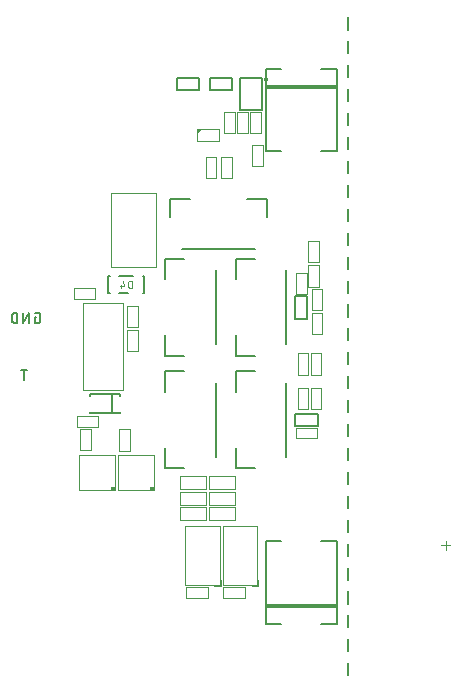
<source format=gbr>
G04 EAGLE Gerber RS-274X export*
G75*
%MOMM*%
%FSLAX34Y34*%
%LPD*%
%AMOC8*
5,1,8,0,0,1.08239X$1,22.5*%
G01*
%ADD10C,0.200000*%
%ADD11C,0.152400*%
%ADD12C,0.100000*%
%ADD13R,0.350000X0.400000*%
%ADD14C,0.150000*%
%ADD15C,0.101600*%
%ADD16C,0.127000*%
%ADD17R,6.000000X0.300000*%


D10*
X10000Y278500D02*
X10000Y268250D01*
X10000Y258250D02*
X10000Y248000D01*
X10000Y238000D02*
X10000Y227750D01*
X10000Y217750D02*
X10000Y207500D01*
X10000Y197500D02*
X10000Y187250D01*
X10000Y177250D02*
X10000Y167000D01*
X10000Y157000D02*
X10000Y146750D01*
X10000Y136750D02*
X10000Y126500D01*
X10000Y116500D02*
X10000Y106250D01*
X10000Y96250D02*
X10000Y86000D01*
X10000Y76000D02*
X10000Y65750D01*
X10000Y55750D02*
X10000Y45500D01*
X10000Y35500D02*
X10000Y25250D01*
X10000Y15250D02*
X10000Y5000D01*
X10000Y-5000D02*
X10000Y-15250D01*
X10000Y-25250D02*
X10000Y-35500D01*
X10000Y-45500D02*
X10000Y-55750D01*
X10000Y-65750D02*
X10000Y-76000D01*
X10000Y-86000D02*
X10000Y-96250D01*
X10000Y-106250D02*
X10000Y-116500D01*
X10000Y-126500D02*
X10000Y-136750D01*
X10000Y-146750D02*
X10000Y-157000D01*
X10000Y-167000D02*
X10000Y-177250D01*
X10000Y-187250D02*
X10000Y-197500D01*
X10000Y-207500D02*
X10000Y-217750D01*
X10000Y-227750D02*
X10000Y-238000D01*
X10000Y-248000D02*
X10000Y-258250D01*
X10000Y-268250D02*
X10000Y-278500D01*
D11*
X-264750Y-28488D02*
X-264750Y-20012D01*
X-262396Y-20012D02*
X-267104Y-20012D01*
X-255754Y24721D02*
X-254342Y24721D01*
X-255754Y24721D02*
X-255754Y20012D01*
X-252929Y20012D01*
X-252844Y20014D01*
X-252760Y20020D01*
X-252676Y20029D01*
X-252593Y20042D01*
X-252510Y20059D01*
X-252428Y20080D01*
X-252347Y20104D01*
X-252267Y20132D01*
X-252189Y20164D01*
X-252112Y20199D01*
X-252036Y20237D01*
X-251963Y20279D01*
X-251891Y20324D01*
X-251822Y20372D01*
X-251754Y20423D01*
X-251689Y20477D01*
X-251627Y20534D01*
X-251567Y20594D01*
X-251510Y20656D01*
X-251456Y20721D01*
X-251405Y20789D01*
X-251357Y20858D01*
X-251312Y20930D01*
X-251270Y21003D01*
X-251232Y21079D01*
X-251197Y21156D01*
X-251165Y21234D01*
X-251137Y21314D01*
X-251113Y21395D01*
X-251092Y21477D01*
X-251075Y21560D01*
X-251062Y21643D01*
X-251053Y21727D01*
X-251047Y21811D01*
X-251045Y21896D01*
X-251046Y21896D02*
X-251046Y26604D01*
X-251045Y26604D02*
X-251047Y26689D01*
X-251053Y26773D01*
X-251062Y26857D01*
X-251075Y26940D01*
X-251092Y27023D01*
X-251113Y27105D01*
X-251137Y27186D01*
X-251165Y27266D01*
X-251197Y27344D01*
X-251232Y27421D01*
X-251270Y27497D01*
X-251312Y27570D01*
X-251357Y27642D01*
X-251405Y27711D01*
X-251456Y27779D01*
X-251510Y27844D01*
X-251567Y27906D01*
X-251627Y27966D01*
X-251689Y28023D01*
X-251754Y28077D01*
X-251822Y28128D01*
X-251891Y28176D01*
X-251963Y28221D01*
X-252036Y28263D01*
X-252112Y28301D01*
X-252189Y28336D01*
X-252267Y28368D01*
X-252347Y28396D01*
X-252428Y28420D01*
X-252510Y28441D01*
X-252593Y28458D01*
X-252676Y28471D01*
X-252760Y28480D01*
X-252844Y28486D01*
X-252929Y28488D01*
X-255754Y28488D01*
X-260646Y28488D02*
X-260646Y20012D01*
X-265354Y20012D02*
X-260646Y28488D01*
X-265354Y28488D02*
X-265354Y20012D01*
X-270246Y20012D02*
X-270246Y28488D01*
X-272600Y28488D01*
X-272695Y28486D01*
X-272789Y28480D01*
X-272884Y28471D01*
X-272978Y28458D01*
X-273071Y28440D01*
X-273163Y28420D01*
X-273255Y28395D01*
X-273345Y28367D01*
X-273435Y28335D01*
X-273523Y28300D01*
X-273609Y28261D01*
X-273694Y28218D01*
X-273777Y28173D01*
X-273858Y28124D01*
X-273937Y28071D01*
X-274014Y28016D01*
X-274089Y27957D01*
X-274161Y27896D01*
X-274231Y27832D01*
X-274298Y27765D01*
X-274362Y27695D01*
X-274423Y27623D01*
X-274482Y27548D01*
X-274537Y27471D01*
X-274590Y27392D01*
X-274639Y27311D01*
X-274684Y27228D01*
X-274727Y27143D01*
X-274766Y27057D01*
X-274801Y26969D01*
X-274833Y26879D01*
X-274861Y26789D01*
X-274886Y26697D01*
X-274906Y26605D01*
X-274924Y26512D01*
X-274937Y26418D01*
X-274946Y26323D01*
X-274952Y26229D01*
X-274954Y26134D01*
X-274954Y22366D01*
X-274952Y22271D01*
X-274946Y22177D01*
X-274937Y22082D01*
X-274924Y21988D01*
X-274906Y21895D01*
X-274886Y21803D01*
X-274861Y21711D01*
X-274833Y21621D01*
X-274801Y21531D01*
X-274766Y21443D01*
X-274727Y21357D01*
X-274684Y21272D01*
X-274639Y21189D01*
X-274590Y21108D01*
X-274537Y21029D01*
X-274482Y20952D01*
X-274423Y20877D01*
X-274362Y20805D01*
X-274298Y20735D01*
X-274231Y20668D01*
X-274161Y20604D01*
X-274089Y20543D01*
X-274014Y20484D01*
X-273937Y20429D01*
X-273858Y20376D01*
X-273777Y20327D01*
X-273694Y20282D01*
X-273609Y20239D01*
X-273523Y20200D01*
X-273435Y20165D01*
X-273345Y20133D01*
X-273255Y20105D01*
X-273163Y20080D01*
X-273071Y20060D01*
X-272978Y20042D01*
X-272884Y20029D01*
X-272789Y20020D01*
X-272695Y20014D01*
X-272600Y20012D01*
X-270246Y20012D01*
D12*
X-71500Y152750D02*
X-71500Y170750D01*
X-71500Y152750D02*
X-62500Y152750D01*
X-62500Y170750D01*
X-71500Y170750D01*
X-24000Y-35000D02*
X-24000Y-53000D01*
X-24000Y-35000D02*
X-33000Y-35000D01*
X-33000Y-53000D01*
X-24000Y-53000D01*
X-22000Y-24000D02*
X-22000Y-6000D01*
X-22000Y-24000D02*
X-13000Y-24000D01*
X-13000Y-6000D01*
X-22000Y-6000D01*
X-13000Y-35000D02*
X-13000Y-53000D01*
X-13000Y-35000D02*
X-22000Y-35000D01*
X-22000Y-53000D01*
X-13000Y-53000D01*
X-33000Y-24000D02*
X-33000Y-6000D01*
X-33000Y-24000D02*
X-24000Y-24000D01*
X-24000Y-6000D01*
X-33000Y-6000D01*
X-21250Y10500D02*
X-21250Y28500D01*
X-21250Y10500D02*
X-12250Y10500D01*
X-12250Y28500D01*
X-21250Y28500D01*
X-24250Y50500D02*
X-24250Y68500D01*
X-24250Y50500D02*
X-15250Y50500D01*
X-15250Y68500D01*
X-24250Y68500D01*
X-12250Y48500D02*
X-12250Y30500D01*
X-12250Y48500D02*
X-21250Y48500D01*
X-21250Y30500D01*
X-12250Y30500D01*
X-15250Y71500D02*
X-15250Y89500D01*
X-24250Y89500D01*
X-24250Y71500D01*
X-15250Y71500D01*
X-185000Y-92000D02*
X-185000Y-122000D01*
X-185000Y-92000D02*
X-155000Y-92000D01*
X-155000Y-120000D01*
X-155000Y-121000D02*
X-155000Y-122000D01*
X-157000Y-122000D01*
X-185000Y-122000D01*
X-157000Y-122000D02*
X-157000Y-121000D01*
X-157000Y-120000D01*
X-155000Y-120000D01*
X-155000Y-121000D01*
X-157000Y-121000D01*
D13*
X-156250Y-120500D03*
D12*
X-208250Y-88000D02*
X-208250Y-70000D01*
X-217250Y-70000D01*
X-217250Y-88000D01*
X-208250Y-88000D01*
D14*
X-42500Y-93250D02*
X-42500Y-30750D01*
X-69500Y-20750D02*
X-85000Y-20750D01*
X-85000Y-38250D01*
X-85000Y-85750D02*
X-85000Y-103250D01*
X-69500Y-103250D01*
X-102500Y-93250D02*
X-102500Y-30750D01*
X-129500Y-20750D02*
X-145000Y-20750D01*
X-145000Y-38250D01*
X-145000Y-85750D02*
X-145000Y-103250D01*
X-129500Y-103250D01*
D12*
X-218000Y-92000D02*
X-218000Y-122000D01*
X-218000Y-92000D02*
X-188000Y-92000D01*
X-188000Y-120000D01*
X-188000Y-121000D02*
X-188000Y-122000D01*
X-190000Y-122000D01*
X-218000Y-122000D01*
X-190000Y-122000D02*
X-190000Y-121000D01*
X-190000Y-120000D01*
X-188000Y-120000D01*
X-188000Y-121000D01*
X-190000Y-121000D01*
D13*
X-189250Y-120500D03*
D12*
X-175250Y-88250D02*
X-175250Y-70250D01*
X-184250Y-70250D01*
X-184250Y-88250D01*
X-175250Y-88250D01*
D14*
X-42500Y1750D02*
X-42500Y64250D01*
X-69500Y74250D02*
X-85000Y74250D01*
X-85000Y56750D01*
X-85000Y9250D02*
X-85000Y-8250D01*
X-69500Y-8250D01*
X-102500Y1750D02*
X-102500Y64250D01*
X-129500Y74250D02*
X-145000Y74250D01*
X-145000Y56750D01*
X-145000Y9250D02*
X-145000Y-8250D01*
X-129500Y-8250D01*
D12*
X-96250Y-201750D02*
X-67250Y-201750D01*
X-96250Y-201750D02*
X-96250Y-152250D01*
X-67250Y-152250D01*
X-67250Y-201750D01*
D14*
X-66250Y-203000D02*
X-71250Y-203000D01*
X-66250Y-203000D02*
X-66250Y-198000D01*
D12*
X-99000Y-201750D02*
X-128000Y-201750D01*
X-128000Y-152250D01*
X-99000Y-152250D01*
X-99000Y-201750D01*
D14*
X-98000Y-203000D02*
X-103000Y-203000D01*
X-98000Y-203000D02*
X-98000Y-198000D01*
D12*
X-109250Y-213000D02*
X-127250Y-213000D01*
X-109250Y-213000D02*
X-109250Y-204000D01*
X-127250Y-204000D01*
X-127250Y-213000D01*
X-96000Y-213000D02*
X-78000Y-213000D01*
X-78000Y-204000D01*
X-96000Y-204000D01*
X-96000Y-213000D01*
X-110500Y-121000D02*
X-110500Y-110000D01*
X-110500Y-121000D02*
X-133000Y-121000D01*
X-133000Y-110000D01*
X-110500Y-110000D01*
X-110500Y-123000D02*
X-110500Y-134000D01*
X-133000Y-134000D01*
X-133000Y-123000D01*
X-110500Y-123000D01*
X-108250Y-121000D02*
X-108250Y-110000D01*
X-85750Y-110000D01*
X-85750Y-121000D01*
X-108250Y-121000D01*
X-108250Y-123000D02*
X-108250Y-134000D01*
X-108250Y-123000D02*
X-85750Y-123000D01*
X-85750Y-134000D01*
X-108250Y-134000D01*
X-108250Y-136000D02*
X-108250Y-147000D01*
X-108250Y-136000D02*
X-85750Y-136000D01*
X-85750Y-147000D01*
X-108250Y-147000D01*
X-110500Y-147000D02*
X-110500Y-136000D01*
X-110500Y-147000D02*
X-133000Y-147000D01*
X-133000Y-136000D01*
X-110500Y-136000D01*
D11*
X-183250Y-40750D02*
X-190250Y-40750D01*
X-209250Y-40750D01*
X-190250Y-56750D02*
X-183250Y-56750D01*
X-190250Y-56750D02*
X-209250Y-56750D01*
X-190250Y-56750D02*
X-190250Y-40750D01*
X-183250Y-40750D02*
X-183250Y-41988D01*
X-183250Y-55512D02*
X-183250Y-56750D01*
X-209250Y-56750D02*
X-209250Y-55512D01*
X-209250Y-41988D02*
X-209250Y-40750D01*
D12*
X-177500Y-4000D02*
X-177500Y14000D01*
X-177500Y-4000D02*
X-168500Y-4000D01*
X-168500Y14000D01*
X-177500Y14000D01*
X-177500Y16250D02*
X-177500Y34250D01*
X-177500Y16250D02*
X-168500Y16250D01*
X-168500Y34250D01*
X-177500Y34250D01*
D11*
X-82000Y227500D02*
X-63000Y227500D01*
X-82000Y227500D02*
X-82000Y200500D01*
X-63000Y200500D01*
X-63000Y227500D01*
X-61000Y226500D02*
X-60998Y226563D01*
X-60992Y226625D01*
X-60982Y226687D01*
X-60969Y226749D01*
X-60951Y226809D01*
X-60930Y226868D01*
X-60905Y226926D01*
X-60876Y226982D01*
X-60844Y227036D01*
X-60809Y227088D01*
X-60771Y227137D01*
X-60729Y227185D01*
X-60685Y227229D01*
X-60637Y227271D01*
X-60588Y227309D01*
X-60536Y227344D01*
X-60482Y227376D01*
X-60426Y227405D01*
X-60368Y227430D01*
X-60309Y227451D01*
X-60249Y227469D01*
X-60187Y227482D01*
X-60125Y227492D01*
X-60063Y227498D01*
X-60000Y227500D01*
X-59937Y227498D01*
X-59875Y227492D01*
X-59813Y227482D01*
X-59751Y227469D01*
X-59691Y227451D01*
X-59632Y227430D01*
X-59574Y227405D01*
X-59518Y227376D01*
X-59464Y227344D01*
X-59412Y227309D01*
X-59363Y227271D01*
X-59315Y227229D01*
X-59271Y227185D01*
X-59229Y227137D01*
X-59191Y227088D01*
X-59156Y227036D01*
X-59124Y226982D01*
X-59095Y226926D01*
X-59070Y226868D01*
X-59049Y226809D01*
X-59031Y226749D01*
X-59018Y226687D01*
X-59008Y226625D01*
X-59002Y226563D01*
X-59000Y226500D01*
X-59002Y226437D01*
X-59008Y226375D01*
X-59018Y226313D01*
X-59031Y226251D01*
X-59049Y226191D01*
X-59070Y226132D01*
X-59095Y226074D01*
X-59124Y226018D01*
X-59156Y225964D01*
X-59191Y225912D01*
X-59229Y225863D01*
X-59271Y225815D01*
X-59315Y225771D01*
X-59363Y225729D01*
X-59412Y225691D01*
X-59464Y225656D01*
X-59518Y225624D01*
X-59574Y225595D01*
X-59632Y225570D01*
X-59691Y225549D01*
X-59751Y225531D01*
X-59813Y225518D01*
X-59875Y225508D01*
X-59937Y225502D01*
X-60000Y225500D01*
X-60063Y225502D01*
X-60125Y225508D01*
X-60187Y225518D01*
X-60249Y225531D01*
X-60309Y225549D01*
X-60368Y225570D01*
X-60426Y225595D01*
X-60482Y225624D01*
X-60536Y225656D01*
X-60588Y225691D01*
X-60637Y225729D01*
X-60685Y225771D01*
X-60729Y225815D01*
X-60771Y225863D01*
X-60809Y225912D01*
X-60844Y225964D01*
X-60876Y226018D01*
X-60905Y226074D01*
X-60930Y226132D01*
X-60951Y226191D01*
X-60969Y226251D01*
X-60982Y226313D01*
X-60992Y226375D01*
X-60998Y226437D01*
X-61000Y226500D01*
D14*
X-35000Y42500D02*
X-35000Y23500D01*
X-25000Y23500D01*
X-25000Y42500D01*
X-35000Y42500D01*
X-35000Y-57000D02*
X-16000Y-57000D01*
X-35000Y-57000D02*
X-35000Y-67000D01*
X-16000Y-67000D01*
X-16000Y-57000D01*
D12*
X-73000Y180500D02*
X-73000Y198500D01*
X-73000Y180500D02*
X-64000Y180500D01*
X-64000Y198500D01*
X-73000Y198500D01*
X-95000Y198750D02*
X-95000Y180750D01*
X-86000Y180750D01*
X-86000Y198750D01*
X-95000Y198750D01*
X-84000Y198500D02*
X-84000Y180500D01*
X-75000Y180500D01*
X-75000Y198500D01*
X-84000Y198500D01*
X-34500Y-78000D02*
X-16500Y-78000D01*
X-16500Y-69000D01*
X-34500Y-69000D01*
X-34500Y-78000D01*
X-34500Y44500D02*
X-34500Y62500D01*
X-34500Y44500D02*
X-25500Y44500D01*
X-25500Y62500D01*
X-34500Y62500D01*
D15*
X92352Y-164508D02*
X92352Y-172297D01*
X96246Y-168403D02*
X88457Y-168403D01*
D12*
X-181000Y-37000D02*
X-181000Y37000D01*
X-214500Y37000D01*
X-214500Y-37000D01*
X-181000Y-37000D01*
D14*
X-164250Y59500D02*
X-163250Y59500D01*
X-163250Y45500D01*
X-164250Y45500D01*
X-176250Y45500D02*
X-184250Y45500D01*
X-192250Y45500D02*
X-193250Y45500D01*
X-193250Y59500D01*
X-192250Y59500D01*
X-184250Y59500D02*
X-172250Y59500D01*
D15*
X-173333Y55492D02*
X-173333Y49508D01*
X-173333Y55492D02*
X-174995Y55492D01*
X-175074Y55490D01*
X-175153Y55484D01*
X-175232Y55475D01*
X-175310Y55462D01*
X-175387Y55445D01*
X-175463Y55425D01*
X-175539Y55401D01*
X-175613Y55373D01*
X-175685Y55342D01*
X-175757Y55307D01*
X-175826Y55269D01*
X-175894Y55228D01*
X-175959Y55184D01*
X-176022Y55136D01*
X-176083Y55086D01*
X-176142Y55033D01*
X-176198Y54977D01*
X-176251Y54918D01*
X-176301Y54857D01*
X-176349Y54794D01*
X-176393Y54729D01*
X-176434Y54661D01*
X-176472Y54592D01*
X-176507Y54520D01*
X-176538Y54448D01*
X-176566Y54374D01*
X-176590Y54298D01*
X-176610Y54222D01*
X-176627Y54145D01*
X-176640Y54066D01*
X-176649Y53988D01*
X-176655Y53909D01*
X-176657Y53830D01*
X-176657Y51170D01*
X-176655Y51091D01*
X-176649Y51012D01*
X-176640Y50933D01*
X-176627Y50855D01*
X-176610Y50778D01*
X-176590Y50702D01*
X-176566Y50626D01*
X-176538Y50552D01*
X-176507Y50480D01*
X-176472Y50408D01*
X-176434Y50339D01*
X-176393Y50271D01*
X-176349Y50206D01*
X-176301Y50143D01*
X-176251Y50082D01*
X-176198Y50023D01*
X-176142Y49967D01*
X-176083Y49914D01*
X-176022Y49864D01*
X-175959Y49816D01*
X-175894Y49772D01*
X-175826Y49731D01*
X-175757Y49693D01*
X-175685Y49658D01*
X-175613Y49627D01*
X-175539Y49599D01*
X-175463Y49575D01*
X-175387Y49555D01*
X-175310Y49538D01*
X-175232Y49525D01*
X-175153Y49516D01*
X-175074Y49510D01*
X-174995Y49508D01*
X-173333Y49508D01*
X-179843Y50838D02*
X-181173Y55492D01*
X-179843Y50838D02*
X-183167Y50838D01*
X-182170Y52168D02*
X-182170Y49508D01*
D16*
X-13000Y-235000D02*
X0Y-235000D01*
X0Y-165000D01*
X-13000Y-165000D01*
X-47000Y-235000D02*
X-60000Y-235000D01*
X-60000Y-165000D01*
X-47000Y-165000D01*
D17*
X-30000Y-219500D03*
D16*
X-47000Y235000D02*
X-60000Y235000D01*
X-60000Y165000D01*
X-47000Y165000D01*
X-13000Y235000D02*
X0Y235000D01*
X0Y165000D01*
X-13000Y165000D01*
D17*
X-30000Y219500D03*
D12*
X-202250Y-68000D02*
X-220250Y-68000D01*
X-202250Y-68000D02*
X-202250Y-59000D01*
X-220250Y-59000D01*
X-220250Y-68000D01*
X-191000Y67000D02*
X-191000Y130000D01*
X-191000Y67000D02*
X-153000Y67000D01*
X-153000Y130000D01*
X-191000Y130000D01*
X-110750Y142500D02*
X-110750Y160500D01*
X-110750Y142500D02*
X-101750Y142500D01*
X-101750Y160500D01*
X-110750Y160500D01*
D14*
X-131250Y82500D02*
X-68750Y82500D01*
X-58750Y109500D02*
X-58750Y125000D01*
X-76250Y125000D01*
X-123750Y125000D02*
X-141250Y125000D01*
X-141250Y109500D01*
D12*
X-98000Y142500D02*
X-98000Y160500D01*
X-98000Y142500D02*
X-89000Y142500D01*
X-89000Y160500D01*
X-98000Y160500D01*
X-117000Y183750D02*
X-118000Y183750D01*
X-116000Y183750D02*
X-115000Y183750D01*
X-100000Y183750D01*
X-100000Y173750D01*
X-118000Y173750D01*
X-118000Y180750D01*
X-118000Y181750D02*
X-118000Y182750D01*
X-118000Y183750D01*
X-115000Y183750D02*
X-118000Y180750D01*
X-118000Y181750D01*
X-116000Y183750D01*
X-117000Y183750D01*
X-118000Y182750D01*
D14*
X-116500Y217000D02*
X-135500Y217000D01*
X-116500Y217000D02*
X-116500Y227000D01*
X-135500Y227000D01*
X-135500Y217000D01*
X-107500Y227000D02*
X-88500Y227000D01*
X-107500Y227000D02*
X-107500Y217000D01*
X-88500Y217000D01*
X-88500Y227000D01*
D12*
X-204500Y40500D02*
X-222500Y40500D01*
X-204500Y40500D02*
X-204500Y49500D01*
X-222500Y49500D01*
X-222500Y40500D01*
M02*

</source>
